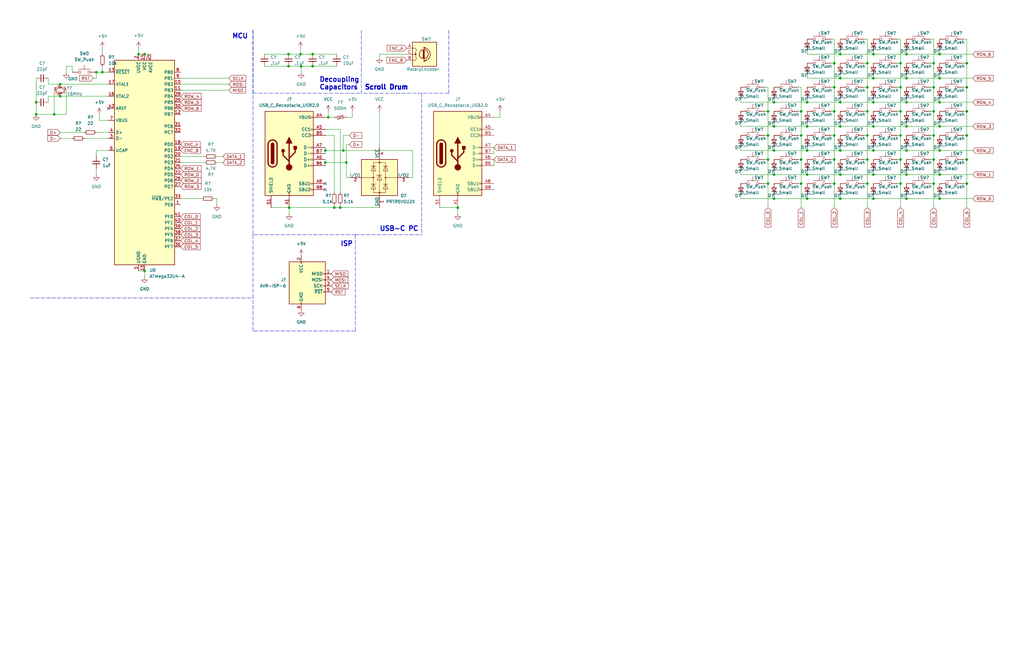
<source format=kicad_sch>
(kicad_sch (version 20211123) (generator eeschema)
  (paper "B")
  (junction (at 337.82 46.99))
  (junction (at 326.39 73.66))
  (junction (at 137.16 63.5))
  (junction (at 354.33 22.86))
  (junction (at 396.24 53.34))
  (junction (at 407.67 36.83))
  (junction (at 407.67 67.31))
  (junction (at 326.39 53.34))
  (junction (at 393.7 36.83))
  (junction (at 368.3 33.02))
  (junction (at 354.33 53.34))
  (junction (at 138.43 49.53))
  (junction (at 43.18 30.48))
  (junction (at 396.24 83.82))
  (junction (at 368.3 73.66))
  (junction (at 354.33 43.18))
  (junction (at 60.96 114.3))
  (junction (at 326.39 63.5))
  (junction (at 58.42 22.86))
  (junction (at 365.76 46.99))
  (junction (at 393.7 77.47))
  (junction (at 323.85 67.31))
  (junction (at 393.7 57.15))
  (junction (at 393.7 67.31))
  (junction (at 396.24 33.02))
  (junction (at 368.3 22.86))
  (junction (at 193.04 87.63))
  (junction (at 379.73 77.47))
  (junction (at 351.79 57.15))
  (junction (at 393.7 46.99))
  (junction (at 340.36 43.18))
  (junction (at 382.27 43.18))
  (junction (at 407.67 26.67))
  (junction (at 379.73 46.99))
  (junction (at 143.51 87.63))
  (junction (at 25.4 35.56))
  (junction (at 137.16 68.58))
  (junction (at 382.27 73.66))
  (junction (at 396.24 43.18))
  (junction (at 351.79 77.47))
  (junction (at 368.3 43.18))
  (junction (at 15.24 48.26))
  (junction (at 126.746 22.86))
  (junction (at 340.36 63.5))
  (junction (at 40.64 30.48))
  (junction (at 121.92 87.63))
  (junction (at 365.76 77.47))
  (junction (at 354.33 83.82))
  (junction (at 379.73 26.67))
  (junction (at 144.78 63.5))
  (junction (at 340.36 53.34))
  (junction (at 365.76 57.15))
  (junction (at 382.27 63.5))
  (junction (at 379.73 36.83))
  (junction (at 354.33 73.66))
  (junction (at 121.666 22.86))
  (junction (at 146.05 68.58))
  (junction (at 365.76 67.31))
  (junction (at 326.39 83.82))
  (junction (at 365.76 36.83))
  (junction (at 337.82 57.15))
  (junction (at 351.79 67.31))
  (junction (at 396.24 63.5))
  (junction (at 379.73 57.15))
  (junction (at 351.79 36.83))
  (junction (at 396.24 22.86))
  (junction (at 407.67 46.99))
  (junction (at 396.24 73.66))
  (junction (at 22.86 48.26))
  (junction (at 354.33 63.5))
  (junction (at 140.97 87.63))
  (junction (at 337.82 67.31))
  (junction (at 382.27 83.82))
  (junction (at 379.73 67.31))
  (junction (at 407.67 57.15))
  (junction (at 382.27 33.02))
  (junction (at 323.85 46.99))
  (junction (at 340.36 83.82))
  (junction (at 326.39 43.18))
  (junction (at 382.27 53.34))
  (junction (at 351.79 46.99))
  (junction (at 368.3 63.5))
  (junction (at 323.85 57.15))
  (junction (at 354.33 33.02))
  (junction (at 382.27 22.86))
  (junction (at 131.826 22.86))
  (junction (at 351.79 26.67))
  (junction (at 121.666 27.94))
  (junction (at 368.3 83.82))
  (junction (at 25.4 40.64))
  (junction (at 131.826 27.94))
  (junction (at 323.85 77.47))
  (junction (at 337.82 77.47))
  (junction (at 365.76 26.67))
  (junction (at 127 27.94))
  (junction (at 368.3 53.34))
  (junction (at 407.67 77.47))
  (junction (at 60.96 22.86))
  (junction (at 340.36 73.66))
  (junction (at 393.7 26.67))
  (junction (at 15.24 43.18))
  (no_connect (at 137.16 80.01))
  (no_connect (at 137.16 77.47))
  (no_connect (at 45.72 45.72))
  (wire (pts (xy 312.42 63.5) (xy 326.39 63.5)))
  (wire (pts (xy 326.39 53.34) (xy 340.36 53.34)))
  (wire (pts (xy 368.3 52.07) (xy 368.3 53.34)))
  (wire (pts (xy 378.46 67.31) (xy 379.73 67.31)))
  (wire (pts (xy 340.36 72.39) (xy 340.36 73.66)))
  (wire (pts (xy 364.49 46.99) (xy 365.76 46.99)))
  (wire (pts (xy 111.506 22.86) (xy 121.666 22.86)))
  (wire (pts (xy 350.52 77.47) (xy 351.79 77.47)))
  (wire (pts (xy 312.42 62.23) (xy 312.42 63.5)))
  (wire (pts (xy 379.73 16.51) (xy 379.73 26.67)))
  (wire (pts (xy 393.7 26.67) (xy 393.7 36.83)))
  (wire (pts (xy 382.27 31.75) (xy 382.27 33.02)))
  (wire (pts (xy 60.96 114.3) (xy 60.96 116.84)))
  (wire (pts (xy 326.39 43.18) (xy 340.36 43.18)))
  (wire (pts (xy 392.43 46.99) (xy 393.7 46.99)))
  (wire (pts (xy 121.666 22.86) (xy 126.746 22.86)))
  (wire (pts (xy 312.42 72.39) (xy 312.42 73.66)))
  (wire (pts (xy 378.46 77.47) (xy 379.73 77.47)))
  (wire (pts (xy 396.24 31.75) (xy 396.24 33.02)))
  (wire (pts (xy 382.27 62.23) (xy 382.27 63.5)))
  (wire (pts (xy 382.27 82.55) (xy 382.27 83.82)))
  (wire (pts (xy 86.36 68.58) (xy 76.2 68.58)))
  (wire (pts (xy 322.58 46.99) (xy 323.85 46.99)))
  (wire (pts (xy 407.67 67.31) (xy 407.67 77.47)))
  (wire (pts (xy 76.2 83.82) (xy 85.09 83.82)))
  (wire (pts (xy 160.02 46.99) (xy 160.02 62.23)))
  (wire (pts (xy 137.16 49.53) (xy 138.43 49.53)))
  (wire (pts (xy 30.48 27.94) (xy 27.94 27.94)))
  (wire (pts (xy 382.27 72.39) (xy 382.27 73.66)))
  (wire (pts (xy 354.33 43.18) (xy 368.3 43.18)))
  (wire (pts (xy 351.79 57.15) (xy 351.79 67.31)))
  (wire (pts (xy 340.36 82.55) (xy 340.36 83.82)))
  (wire (pts (xy 121.92 87.63) (xy 140.97 87.63)))
  (wire (pts (xy 407.67 36.83) (xy 407.67 46.99)))
  (wire (pts (xy 326.39 73.66) (xy 340.36 73.66)))
  (wire (pts (xy 25.4 58.42) (xy 30.48 58.42)))
  (wire (pts (xy 127 27.94) (xy 127 30.48)))
  (wire (pts (xy 322.58 67.31) (xy 323.85 67.31)))
  (wire (pts (xy 382.27 21.59) (xy 382.27 22.86)))
  (polyline (pts (xy 106.68 12.7) (xy 106.68 39.37)))
  (wire (pts (xy 25.4 35.56) (xy 45.72 35.56)))
  (wire (pts (xy 392.43 16.51) (xy 393.7 16.51)))
  (polyline (pts (xy 149.86 139.7) (xy 106.68 139.7)))
  (wire (pts (xy 326.39 63.5) (xy 340.36 63.5)))
  (wire (pts (xy 382.27 53.34) (xy 396.24 53.34)))
  (wire (pts (xy 351.79 67.31) (xy 351.79 77.47)))
  (wire (pts (xy 368.3 63.5) (xy 382.27 63.5)))
  (wire (pts (xy 20.32 35.56) (xy 25.4 35.56)))
  (polyline (pts (xy 106.68 99.06) (xy 106.68 125.73)))
  (wire (pts (xy 137.16 57.15) (xy 140.97 57.15)))
  (wire (pts (xy 351.79 46.99) (xy 351.79 57.15)))
  (wire (pts (xy 378.46 46.99) (xy 379.73 46.99)))
  (wire (pts (xy 382.27 33.02) (xy 396.24 33.02)))
  (polyline (pts (xy 149.86 99.06) (xy 106.68 99.06)))
  (wire (pts (xy 131.826 27.94) (xy 141.986 27.94)))
  (wire (pts (xy 365.76 46.99) (xy 365.76 57.15)))
  (wire (pts (xy 336.55 36.83) (xy 337.82 36.83)))
  (wire (pts (xy 340.36 83.82) (xy 354.33 83.82)))
  (wire (pts (xy 326.39 52.07) (xy 326.39 53.34)))
  (wire (pts (xy 326.39 41.91) (xy 326.39 43.18)))
  (wire (pts (xy 20.32 33.02) (xy 20.32 35.56)))
  (wire (pts (xy 379.73 57.15) (xy 379.73 67.31)))
  (polyline (pts (xy 149.86 99.06) (xy 149.86 139.7)))
  (wire (pts (xy 208.28 67.31) (xy 208.28 69.85)))
  (wire (pts (xy 396.24 22.86) (xy 410.21 22.86)))
  (polyline (pts (xy 189.23 39.37) (xy 152.4 39.37)))
  (wire (pts (xy 368.3 83.82) (xy 382.27 83.82)))
  (wire (pts (xy 323.85 67.31) (xy 323.85 77.47)))
  (wire (pts (xy 382.27 52.07) (xy 382.27 53.34)))
  (wire (pts (xy 354.33 83.82) (xy 368.3 83.82)))
  (wire (pts (xy 208.28 49.53) (xy 210.82 49.53)))
  (wire (pts (xy 354.33 31.75) (xy 354.33 33.02)))
  (polyline (pts (xy 152.4 12.7) (xy 152.4 39.37)))
  (wire (pts (xy 365.76 77.47) (xy 365.76 87.63)))
  (wire (pts (xy 326.39 62.23) (xy 326.39 63.5)))
  (wire (pts (xy 337.82 57.15) (xy 337.82 67.31)))
  (wire (pts (xy 43.18 30.48) (xy 45.72 30.48)))
  (wire (pts (xy 354.33 41.91) (xy 354.33 43.18)))
  (wire (pts (xy 351.79 77.47) (xy 351.79 87.63)))
  (wire (pts (xy 364.49 67.31) (xy 365.76 67.31)))
  (wire (pts (xy 30.48 30.48) (xy 30.48 27.94)))
  (wire (pts (xy 185.42 87.63) (xy 193.04 87.63)))
  (polyline (pts (xy 189.23 12.7) (xy 189.23 39.37)))
  (wire (pts (xy 365.76 36.83) (xy 365.76 46.99)))
  (wire (pts (xy 393.7 36.83) (xy 393.7 46.99)))
  (wire (pts (xy 340.36 21.59) (xy 340.36 22.86)))
  (wire (pts (xy 41.91 48.26) (xy 41.91 50.8)))
  (wire (pts (xy 406.4 77.47) (xy 407.67 77.47)))
  (wire (pts (xy 336.55 57.15) (xy 337.82 57.15)))
  (wire (pts (xy 340.36 63.5) (xy 354.33 63.5)))
  (wire (pts (xy 146.05 74.93) (xy 146.05 68.58)))
  (wire (pts (xy 382.27 43.18) (xy 396.24 43.18)))
  (wire (pts (xy 336.55 77.47) (xy 337.82 77.47)))
  (wire (pts (xy 323.85 77.47) (xy 323.85 87.63)))
  (wire (pts (xy 368.3 73.66) (xy 382.27 73.66)))
  (wire (pts (xy 40.64 33.02) (xy 40.64 30.48)))
  (wire (pts (xy 393.7 57.15) (xy 393.7 67.31)))
  (wire (pts (xy 350.52 57.15) (xy 351.79 57.15)))
  (wire (pts (xy 15.24 48.26) (xy 22.86 48.26)))
  (wire (pts (xy 365.76 57.15) (xy 365.76 67.31)))
  (wire (pts (xy 351.79 26.67) (xy 351.79 36.83)))
  (wire (pts (xy 368.3 82.55) (xy 368.3 83.82)))
  (wire (pts (xy 25.4 55.88) (xy 35.56 55.88)))
  (wire (pts (xy 126.746 20.32) (xy 126.746 22.86)))
  (wire (pts (xy 354.33 72.39) (xy 354.33 73.66)))
  (wire (pts (xy 210.82 46.99) (xy 210.82 49.53)))
  (wire (pts (xy 382.27 73.66) (xy 396.24 73.66)))
  (wire (pts (xy 406.4 36.83) (xy 407.67 36.83)))
  (wire (pts (xy 378.46 57.15) (xy 379.73 57.15)))
  (wire (pts (xy 45.72 50.8) (xy 41.91 50.8)))
  (wire (pts (xy 22.86 48.26) (xy 27.94 48.26)))
  (wire (pts (xy 43.18 20.32) (xy 43.18 22.86)))
  (wire (pts (xy 93.98 66.04) (xy 91.44 66.04)))
  (wire (pts (xy 379.73 46.99) (xy 379.73 57.15)))
  (wire (pts (xy 396.24 33.02) (xy 410.21 33.02)))
  (wire (pts (xy 143.51 86.36) (xy 143.51 87.63)))
  (wire (pts (xy 340.36 62.23) (xy 340.36 63.5)))
  (wire (pts (xy 15.24 33.02) (xy 15.24 43.18)))
  (wire (pts (xy 15.24 43.18) (xy 15.24 48.26)))
  (wire (pts (xy 378.46 36.83) (xy 379.73 36.83)))
  (wire (pts (xy 364.49 77.47) (xy 365.76 77.47)))
  (wire (pts (xy 396.24 83.82) (xy 410.21 83.82)))
  (wire (pts (xy 312.42 83.82) (xy 326.39 83.82)))
  (wire (pts (xy 208.28 62.23) (xy 208.28 64.77)))
  (wire (pts (xy 354.33 33.02) (xy 368.3 33.02)))
  (wire (pts (xy 20.32 40.64) (xy 25.4 40.64)))
  (wire (pts (xy 96.52 35.56) (xy 76.2 35.56)))
  (wire (pts (xy 378.46 16.51) (xy 379.73 16.51)))
  (wire (pts (xy 340.36 41.91) (xy 340.36 43.18)))
  (wire (pts (xy 354.33 53.34) (xy 368.3 53.34)))
  (wire (pts (xy 396.24 53.34) (xy 410.21 53.34)))
  (wire (pts (xy 137.16 68.58) (xy 137.16 69.85)))
  (wire (pts (xy 146.05 68.58) (xy 137.16 68.58)))
  (wire (pts (xy 392.43 77.47) (xy 393.7 77.47)))
  (wire (pts (xy 396.24 62.23) (xy 396.24 63.5)))
  (wire (pts (xy 25.4 40.64) (xy 45.72 40.64)))
  (wire (pts (xy 312.42 82.55) (xy 312.42 83.82)))
  (wire (pts (xy 396.24 63.5) (xy 410.21 63.5)))
  (wire (pts (xy 354.33 52.07) (xy 354.33 53.34)))
  (wire (pts (xy 58.42 22.86) (xy 60.96 22.86)))
  (wire (pts (xy 337.82 46.99) (xy 337.82 57.15)))
  (wire (pts (xy 350.52 26.67) (xy 351.79 26.67)))
  (wire (pts (xy 326.39 72.39) (xy 326.39 73.66)))
  (wire (pts (xy 365.76 67.31) (xy 365.76 77.47)))
  (wire (pts (xy 354.33 63.5) (xy 368.3 63.5)))
  (polyline (pts (xy 106.68 139.7) (xy 106.68 125.73)))
  (wire (pts (xy 138.43 49.53) (xy 140.97 49.53)))
  (wire (pts (xy 382.27 83.82) (xy 396.24 83.82)))
  (wire (pts (xy 337.82 67.31) (xy 337.82 77.47)))
  (wire (pts (xy 146.05 60.96) (xy 146.05 68.58)))
  (wire (pts (xy 340.36 22.86) (xy 354.33 22.86)))
  (wire (pts (xy 350.52 67.31) (xy 351.79 67.31)))
  (polyline (pts (xy 149.86 99.06) (xy 177.8 99.06)))
  (wire (pts (xy 160.02 87.63) (xy 143.51 87.63)))
  (wire (pts (xy 138.43 46.99) (xy 138.43 49.53)))
  (wire (pts (xy 392.43 26.67) (xy 393.7 26.67)))
  (wire (pts (xy 379.73 77.47) (xy 379.73 87.63)))
  (wire (pts (xy 312.42 73.66) (xy 326.39 73.66)))
  (wire (pts (xy 126.746 22.86) (xy 131.826 22.86)))
  (wire (pts (xy 45.72 63.5) (xy 40.64 63.5)))
  (wire (pts (xy 340.36 33.02) (xy 354.33 33.02)))
  (wire (pts (xy 365.76 26.67) (xy 365.76 36.83)))
  (wire (pts (xy 323.85 36.83) (xy 323.85 46.99)))
  (wire (pts (xy 396.24 52.07) (xy 396.24 53.34)))
  (polyline (pts (xy 12.7 125.73) (xy 106.68 125.73)))
  (wire (pts (xy 35.56 58.42) (xy 45.72 58.42)))
  (wire (pts (xy 407.67 57.15) (xy 407.67 67.31)))
  (wire (pts (xy 144.78 63.5) (xy 137.16 63.5)))
  (wire (pts (xy 393.7 46.99) (xy 393.7 57.15)))
  (wire (pts (xy 131.826 22.86) (xy 141.986 22.86)))
  (wire (pts (xy 58.42 20.32) (xy 58.42 22.86)))
  (wire (pts (xy 392.43 36.83) (xy 393.7 36.83)))
  (wire (pts (xy 40.64 55.88) (xy 45.72 55.88)))
  (wire (pts (xy 143.51 54.61) (xy 143.51 81.28)))
  (wire (pts (xy 406.4 46.99) (xy 407.67 46.99)))
  (wire (pts (xy 93.98 68.58) (xy 91.44 68.58)))
  (wire (pts (xy 140.97 86.36) (xy 140.97 87.63)))
  (wire (pts (xy 96.52 33.02) (xy 76.2 33.02)))
  (wire (pts (xy 378.46 26.67) (xy 379.73 26.67)))
  (wire (pts (xy 140.97 57.15) (xy 140.97 81.28)))
  (wire (pts (xy 382.27 63.5) (xy 396.24 63.5)))
  (wire (pts (xy 58.42 114.3) (xy 60.96 114.3)))
  (wire (pts (xy 406.4 67.31) (xy 407.67 67.31)))
  (wire (pts (xy 27.94 27.94) (xy 27.94 30.48)))
  (wire (pts (xy 396.24 82.55) (xy 396.24 83.82)))
  (wire (pts (xy 368.3 33.02) (xy 382.27 33.02)))
  (wire (pts (xy 407.67 46.99) (xy 407.67 57.15)))
  (polyline (pts (xy 106.68 12.7) (xy 106.68 99.06)))
  (wire (pts (xy 60.96 22.86) (xy 63.5 22.86)))
  (wire (pts (xy 172.72 74.93) (xy 173.99 74.93)))
  (wire (pts (xy 407.67 16.51) (xy 407.67 26.67)))
  (wire (pts (xy 137.16 67.31) (xy 137.16 68.58)))
  (wire (pts (xy 22.86 38.1) (xy 22.86 48.26)))
  (wire (pts (xy 368.3 53.34) (xy 382.27 53.34)))
  (wire (pts (xy 147.32 57.15) (xy 144.78 57.15)))
  (wire (pts (xy 137.16 62.23) (xy 137.16 63.5)))
  (wire (pts (xy 368.3 41.91) (xy 368.3 43.18)))
  (wire (pts (xy 368.3 22.86) (xy 382.27 22.86)))
  (wire (pts (xy 350.52 16.51) (xy 351.79 16.51)))
  (wire (pts (xy 40.64 30.48) (xy 43.18 30.48)))
  (wire (pts (xy 407.67 77.47) (xy 407.67 87.63)))
  (wire (pts (xy 40.64 71.12) (xy 40.64 73.66)))
  (wire (pts (xy 147.32 74.93) (xy 146.05 74.93)))
  (wire (pts (xy 322.58 77.47) (xy 323.85 77.47)))
  (polyline (pts (xy 106.68 39.37) (xy 152.4 39.37)))
  (wire (pts (xy 340.36 43.18) (xy 354.33 43.18)))
  (wire (pts (xy 340.36 31.75) (xy 340.36 33.02)))
  (wire (pts (xy 171.45 22.86) (xy 160.02 22.86)))
  (wire (pts (xy 368.3 62.23) (xy 368.3 63.5)))
  (wire (pts (xy 364.49 26.67) (xy 365.76 26.67)))
  (wire (pts (xy 121.666 27.94) (xy 127 27.94)))
  (wire (pts (xy 351.79 16.51) (xy 351.79 26.67)))
  (wire (pts (xy 148.59 49.53) (xy 146.05 49.53)))
  (wire (pts (xy 322.58 57.15) (xy 323.85 57.15)))
  (wire (pts (xy 396.24 73.66) (xy 410.21 73.66)))
  (wire (pts (xy 368.3 31.75) (xy 368.3 33.02)))
  (wire (pts (xy 173.99 63.5) (xy 144.78 63.5)))
  (wire (pts (xy 90.17 83.82) (xy 91.44 83.82)))
  (wire (pts (xy 193.04 90.17) (xy 193.04 87.63)))
  (wire (pts (xy 127 27.94) (xy 131.826 27.94)))
  (wire (pts (xy 323.85 57.15) (xy 323.85 67.31)))
  (wire (pts (xy 336.55 46.99) (xy 337.82 46.99)))
  (wire (pts (xy 20.32 43.18) (xy 20.32 40.64)))
  (wire (pts (xy 382.27 41.91) (xy 382.27 43.18)))
  (wire (pts (xy 336.55 67.31) (xy 337.82 67.31)))
  (wire (pts (xy 148.59 46.99) (xy 148.59 49.53)))
  (polyline (pts (xy 177.8 39.37) (xy 177.8 99.06)))
  (wire (pts (xy 368.3 43.18) (xy 382.27 43.18)))
  (wire (pts (xy 91.44 83.82) (xy 91.44 86.36)))
  (wire (pts (xy 340.36 73.66) (xy 354.33 73.66)))
  (wire (pts (xy 114.3 87.63) (xy 121.92 87.63)))
  (wire (pts (xy 354.33 21.59) (xy 354.33 22.86)))
  (wire (pts (xy 354.33 22.86) (xy 368.3 22.86)))
  (wire (pts (xy 350.52 36.83) (xy 351.79 36.83)))
  (wire (pts (xy 354.33 73.66) (xy 368.3 73.66)))
  (wire (pts (xy 312.42 52.07) (xy 312.42 53.34)))
  (wire (pts (xy 43.18 27.94) (xy 43.18 30.48)))
  (wire (pts (xy 396.24 43.18) (xy 410.21 43.18)))
  (wire (pts (xy 27.94 38.1) (xy 27.94 48.26)))
  (wire (pts (xy 144.78 57.15) (xy 144.78 63.5)))
  (wire (pts (xy 322.58 36.83) (xy 323.85 36.83)))
  (wire (pts (xy 326.39 83.82) (xy 340.36 83.82)))
  (wire (pts (xy 326.39 82.55) (xy 326.39 83.82)))
  (wire (pts (xy 396.24 41.91) (xy 396.24 43.18)))
  (wire (pts (xy 382.27 22.86) (xy 396.24 22.86)))
  (wire (pts (xy 406.4 16.51) (xy 407.67 16.51)))
  (wire (pts (xy 393.7 77.47) (xy 393.7 87.63)))
  (wire (pts (xy 379.73 36.83) (xy 379.73 46.99)))
  (wire (pts (xy 393.7 67.31) (xy 393.7 77.47)))
  (wire (pts (xy 364.49 36.83) (xy 365.76 36.83)))
  (wire (pts (xy 396.24 72.39) (xy 396.24 73.66)))
  (wire (pts (xy 76.2 66.04) (xy 86.36 66.04)))
  (wire (pts (xy 323.85 46.99) (xy 323.85 57.15)))
  (wire (pts (xy 364.49 57.15) (xy 365.76 57.15)))
  (wire (pts (xy 379.73 67.31) (xy 379.73 77.47)))
  (wire (pts (xy 312.42 53.34) (xy 326.39 53.34)))
  (wire (pts (xy 368.3 21.59) (xy 368.3 22.86)))
  (wire (pts (xy 40.64 63.5) (xy 40.64 66.04)))
  (wire (pts (xy 354.33 82.55) (xy 354.33 83.82)))
  (wire (pts (xy 351.79 36.83) (xy 351.79 46.99)))
  (wire (pts (xy 173.99 74.93) (xy 173.99 63.5)))
  (wire (pts (xy 340.36 52.07) (xy 340.36 53.34)))
  (wire (pts (xy 160.02 22.86) (xy 160.02 24.13)))
  (wire (pts (xy 396.24 21.59) (xy 396.24 22.86)))
  (wire (pts (xy 111.506 27.94) (xy 121.666 27.94)))
  (wire (pts (xy 393.7 16.51) (xy 393.7 26.67)))
  (wire (pts (xy 406.4 26.67) (xy 407.67 26.67)))
  (wire (pts (xy 407.67 26.67) (xy 407.67 36.83)))
  (wire (pts (xy 312.42 41.91) (xy 312.42 43.18)))
  (wire (pts (xy 147.32 60.96) (xy 146.05 60.96)))
  (wire (pts (xy 392.43 57.15) (xy 393.7 57.15)))
  (wire (pts (xy 392.43 67.31) (xy 393.7 67.31)))
  (wire (pts (xy 406.4 57.15) (xy 407.67 57.15)))
  (wire (pts (xy 368.3 72.39) (xy 368.3 73.66)))
  (wire (pts (xy 39.37 33.02) (xy 40.64 33.02)))
  (wire (pts (xy 137.16 63.5) (xy 137.16 64.77)))
  (wire (pts (xy 337.82 36.83) (xy 337.82 46.99)))
  (wire (pts (xy 137.16 54.61) (xy 143.51 54.61)))
  (wire (pts (xy 312.42 43.18) (xy 326.39 43.18)))
  (wire (pts (xy 337.82 77.47) (xy 337.82 87.63)))
  (wire (pts (xy 350.52 46.99) (xy 351.79 46.99)))
  (wire (pts (xy 340.36 53.34) (xy 354.33 53.34)))
  (wire (pts (xy 121.92 90.17) (xy 121.92 87.63)))
  (wire (pts (xy 365.76 16.51) (xy 365.76 26.67)))
  (wire (pts (xy 140.97 87.63) (xy 143.51 87.63)))
  (wire (pts (xy 96.52 38.1) (xy 76.2 38.1)))
  (wire (pts (xy 364.49 16.51) (xy 365.76 16.51)))
  (wire (pts (xy 354.33 62.23) (xy 354.33 63.5)))
  (wire (pts (xy 379.73 26.67) (xy 379.73 36.83)))
  (text "Decoupling\nCapacitors" (at 134.62 38.1 0) (effects (font (size 2 2) bold) (justify left bottom)))
  (text "Scroll Drum" (at 153.67 38.1 0) (effects (font (size 2 2) (thickness 0.6) bold) (justify left bottom)))
  (text "MCU" (at 97.79 16.51 0) (effects (font (size 2 2) (thickness 0.4) bold) (justify left bottom)))
  (text "USB-C PC" (at 160.02 97.79 0) (effects (font (size 2 2) (thickness 0.4) bold) (justify left bottom)))
  (text "ISP" (at 143.51 104.14 0) (effects (font (size 2 2) (thickness 0.4) bold) (justify left bottom)))
  (global_label "SCLK" (shape input) (at 96.52 33.02 0) (property "Intersheet References" "${INTERSHEET_REFS}" (effects hide)))
  (global_label "ENC_B" (shape input) (at 171.45 25.4 180) (property "Intersheet References" "${INTERSHEET_REFS}" (effects hide)))
  (global_label "ROW_5" (shape input) (at 410.21 33.02 0) (property "Intersheet References" "${INTERSHEET_REFS}" (effects hide)))
  (global_label "MOSI" (shape input) (at 139.7 118.11 0) (property "Intersheet References" "${INTERSHEET_REFS}" (effects hide)))
  (global_label "RST" (shape input) (at 39.37 33.02 180) (property "Intersheet References" "${INTERSHEET_REFS}" (effects hide)))
  (global_label "COL_5" (shape input) (at 393.7 87.63 270) (property "Intersheet References" "${INTERSHEET_REFS}" (effects hide)))
  (global_label "D-" (shape input) (at 147.32 57.15 0) (property "Intersheet References" "${INTERSHEET_REFS}" (effects hide)))
  (global_label "COL_6" (shape input) (at 407.67 87.63 270) (property "Intersheet References" "${INTERSHEET_REFS}" (effects hide)))
  (global_label "ROW_3" (shape input) (at 410.21 53.34 0) (property "Intersheet References" "${INTERSHEET_REFS}" (effects hide)))
  (global_label "ROW_6" (shape input) (at 76.2 45.72 0) (property "Intersheet References" "${INTERSHEET_REFS}" (effects hide)))
  (global_label "COL_2" (shape input) (at 351.79 87.63 270) (property "Intersheet References" "${INTERSHEET_REFS}" (effects hide)))
  (global_label "ENC_B" (shape input) (at 76.2 63.5 0) (property "Intersheet References" "${INTERSHEET_REFS}" (effects hide)))
  (global_label "COL_0" (shape input) (at 323.85 87.63 270) (property "Intersheet References" "${INTERSHEET_REFS}" (effects hide)))
  (global_label "D+" (shape input) (at 25.4 55.88 180) (property "Intersheet References" "${INTERSHEET_REFS}" (effects hide)))
  (global_label "ROW_2" (shape input) (at 76.2 76.2 0) (property "Intersheet References" "${INTERSHEET_REFS}" (effects hide)))
  (global_label "ROW_0" (shape input) (at 410.21 83.82 0) (property "Intersheet References" "${INTERSHEET_REFS}" (effects hide)))
  (global_label "COL_3" (shape input) (at 365.76 87.63 270) (property "Intersheet References" "${INTERSHEET_REFS}" (effects hide)))
  (global_label "COL_3" (shape input) (at 76.2 99.06 0) (property "Intersheet References" "${INTERSHEET_REFS}" (effects hide)))
  (global_label "ROW_4" (shape input) (at 410.21 43.18 0) (property "Intersheet References" "${INTERSHEET_REFS}" (effects hide)))
  (global_label "COL_1" (shape input) (at 76.2 93.98 0) (property "Intersheet References" "${INTERSHEET_REFS}" (effects hide)))
  (global_label "DATA_2" (shape input) (at 208.28 67.31 0) (property "Intersheet References" "${INTERSHEET_REFS}" (effects hide)))
  (global_label "D-" (shape input) (at 25.4 58.42 180) (property "Intersheet References" "${INTERSHEET_REFS}" (effects hide)))
  (global_label "MISO" (shape input) (at 96.52 38.1 0) (property "Intersheet References" "${INTERSHEET_REFS}" (effects hide)))
  (global_label "MOSI" (shape input) (at 96.52 35.56 0) (property "Intersheet References" "${INTERSHEET_REFS}" (effects hide)))
  (global_label "ROW_1" (shape input) (at 410.21 73.66 0) (property "Intersheet References" "${INTERSHEET_REFS}" (effects hide)))
  (global_label "ENC_A" (shape input) (at 171.45 20.32 180) (property "Intersheet References" "${INTERSHEET_REFS}" (effects hide)))
  (global_label "COL_0" (shape input) (at 76.2 91.44 0) (property "Intersheet References" "${INTERSHEET_REFS}" (effects hide)))
  (global_label "ROW_0" (shape input) (at 76.2 73.66 0) (property "Intersheet References" "${INTERSHEET_REFS}" (effects hide)))
  (global_label "RST" (shape input) (at 139.7 123.19 0) (property "Intersheet References" "${INTERSHEET_REFS}" (effects hide)))
  (global_label "COL_2" (shape input) (at 76.2 96.52 0) (property "Intersheet References" "${INTERSHEET_REFS}" (effects hide)))
  (global_label "ROW_3" (shape input) (at 76.2 78.74 0) (property "Intersheet References" "${INTERSHEET_REFS}" (effects hide)))
  (global_label "MISO" (shape input) (at 139.7 115.57 0) (property "Intersheet References" "${INTERSHEET_REFS}" (effects hide)))
  (global_label "ROW_2" (shape input) (at 410.21 63.5 0) (property "Intersheet References" "${INTERSHEET_REFS}" (effects hide)))
  (global_label "DATA_1" (shape input) (at 93.98 66.04 0) (property "Intersheet References" "${INTERSHEET_REFS}" (effects hide)))
  (global_label "COL_4" (shape input) (at 379.73 87.63 270) (property "Intersheet References" "${INTERSHEET_REFS}" (effects hide)))
  (global_label "ROW_4" (shape input) (at 76.2 40.64 0) (property "Intersheet References" "${INTERSHEET_REFS}" (effects hide)))
  (global_label "ENC_A" (shape input) (at 76.2 60.96 0) (property "Intersheet References" "${INTERSHEET_REFS}" (effects hide)))
  (global_label "DATA_2" (shape input) (at 93.98 68.58 0) (property "Intersheet References" "${INTERSHEET_REFS}" (effects hide)))
  (global_label "DATA_1" (shape input) (at 208.28 62.23 0) (property "Intersheet References" "${INTERSHEET_REFS}" (effects hide)))
  (global_label "SCLK" (shape input) (at 139.7 120.65 0) (property "Intersheet References" "${INTERSHEET_REFS}" (effects hide)))
  (global_label "COL_1" (shape input) (at 337.82 87.63 270) (property "Intersheet References" "${INTERSHEET_REFS}" (effects hide)))
  (global_label "COL_4" (shape input) (at 76.2 101.6 0) (property "Intersheet References" "${INTERSHEET_REFS}" (effects hide)))
  (global_label "COL_5" (shape input) (at 76.2 104.14 0) (property "Intersheet References" "${INTERSHEET_REFS}" (effects hide)))
  (global_label "D+" (shape input) (at 147.32 60.96 0) (property "Intersheet References" "${INTERSHEET_REFS}" (effects hide)))
  (global_label "ROW_1" (shape input) (at 76.2 71.12 0) (property "Intersheet References" "${INTERSHEET_REFS}" (effects hide)))
  (global_label "ROW_5" (shape input) (at 76.2 43.18 0) (property "Intersheet References" "${INTERSHEET_REFS}" (effects hide)))
  (global_label "ROW_6" (shape input) (at 410.21 22.86 0) (property "Intersheet References" "${INTERSHEET_REFS}" (effects hide)))
  (symbol (lib_id "power:GND") (at 91.44 86.36 0) (unit 1)
    (property "Reference" "#PWR?" (effects hide))
    (property "Value" "GND" (at 91.44 91.44 0))
  )
  (symbol (lib_id "Device:D_Small") (at 312.42 69.85 90) (unit 1)
    (property "Reference" "D?" (at 312.42 72.39 90) (effects (justify left)))
    (property "Value" "D_Small" (at 320.04 71.12 90) (effects (justify left)))
  )
  (symbol (lib_id "Switch:SW_Push") (at 387.35 77.47 0) (unit 1)
    (property "Reference" "SW?" (at 389.89 74.93 0))
    (property "Value" "SW_Push" (at 388.62 78.74 0))
  )
  (symbol (lib_id "Switch:SW_Push") (at 331.47 57.15 0) (unit 1)
    (property "Reference" "SW?" (at 334.01 54.61 0))
    (property "Value" "SW_Push" (at 332.74 58.42 0))
  )
  (symbol (lib_id "Device:D_Small") (at 312.42 80.01 90) (unit 1)
    (property "Reference" "D?" (at 312.42 82.55 90) (effects (justify left)))
    (property "Value" "D_Small" (at 320.04 81.28 90) (effects (justify left)))
  )
  (symbol (lib_id "Device:R_Small") (at 140.97 83.82 0) (unit 1)
    (property "Reference" "R?" (at 137.16 82.55 0) (effects (justify left)))
    (property "Value" "5.1k" (at 135.89 85.09 0) (effects (justify left)))
  )
  (symbol (lib_id "Device:D_Small") (at 396.24 29.21 90) (unit 1)
    (property "Reference" "D?" (at 396.24 31.75 90) (effects (justify left)))
    (property "Value" "D_Small" (at 403.86 30.48 90) (effects (justify left)))
  )
  (symbol (lib_id "Device:C_Small") (at 131.826 25.4 0) (unit 1)
    (property "Reference" "C?" (at 134.366 24.1362 0) (effects (justify left)))
    (property "Value" ".1uF" (at 134.366 26.6762 0) (effects (justify left)))
  )
  (symbol (lib_id "Connector:AVR-ISP-6") (at 129.54 120.65 0) (unit 1)
    (property "Reference" "J?" (at 120.65 118.1099 0) (effects (justify right)))
    (property "Value" "AVR-ISP-6" (at 120.65 120.6499 0) (effects (justify right)))
    (property "Datasheet" " ~" (effects hide))
  )
  (symbol (lib_id "Device:C_Small") (at 17.78 33.02 90) (unit 1)
    (property "Reference" "C?" (at 17.7863 26.67 90))
    (property "Value" "22pF" (at 17.7863 29.21 90))
  )
  (symbol (lib_id "Device:D_Small") (at 340.36 29.21 90) (unit 1)
    (property "Reference" "D?" (at 340.36 31.75 90) (effects (justify left)))
    (property "Value" "D_Small" (at 347.98 30.48 90) (effects (justify left)))
  )
  (symbol (lib_id "Switch:SW_Push") (at 331.47 46.99 0) (unit 1)
    (property "Reference" "SW?" (at 334.01 44.45 0))
    (property "Value" "SW_Push" (at 332.74 48.26 0))
  )
  (symbol (lib_id "Device:D_Small") (at 396.24 19.05 90) (unit 1)
    (property "Reference" "D?" (at 396.24 21.59 90) (effects (justify left)))
    (property "Value" "D_Small" (at 403.86 20.32 90) (effects (justify left)))
  )
  (symbol (lib_id "Device:D_Small") (at 326.39 49.53 90) (unit 1)
    (property "Reference" "D?" (at 326.39 52.07 90) (effects (justify left)))
    (property "Value" "D_Small" (at 334.01 50.8 90) (effects (justify left)))
  )
  (symbol (lib_id "Switch:SW_Push") (at 317.5 36.83 0) (unit 1)
    (property "Reference" "SW?" (at 320.04 34.29 0))
    (property "Value" "SW_Push" (at 318.77 38.1 0))
  )
  (symbol (lib_id "power:GND") (at 160.02 24.13 0) (unit 1)
    (property "Reference" "#PWR?" (effects hide))
    (property "Value" "GND" (at 160.02 29.21 0))
  )
  (symbol (lib_id "Switch:SW_Push") (at 317.5 77.47 0) (unit 1)
    (property "Reference" "SW?" (at 320.04 74.93 0))
    (property "Value" "SW_Push" (at 318.77 78.74 0))
  )
  (symbol (lib_id "Switch:SW_Push") (at 387.35 36.83 0) (unit 1)
    (property "Reference" "SW?" (at 389.89 34.29 0))
    (property "Value" "SW_Push" (at 388.62 38.1 0))
  )
  (symbol (lib_id "Device:D_Small") (at 354.33 69.85 90) (unit 1)
    (property "Reference" "D?" (at 354.33 72.39 90) (effects (justify left)))
    (property "Value" "D_Small" (at 361.95 71.12 90) (effects (justify left)))
  )
  (symbol (lib_id "Switch:SW_Push") (at 373.38 26.67 0) (unit 1)
    (property "Reference" "SW?" (at 375.92 24.13 0))
    (property "Value" "SW_Push" (at 374.65 27.94 0))
  )
  (symbol (lib_id "Device:D_Small") (at 326.39 69.85 90) (unit 1)
    (property "Reference" "D?" (at 326.39 72.39 90) (effects (justify left)))
    (property "Value" "D_Small" (at 334.01 71.12 90) (effects (justify left)))
  )
  (symbol (lib_id "Device:D_Small") (at 396.24 59.69 90) (unit 1)
    (property "Reference" "D?" (at 396.24 62.23 90) (effects (justify left)))
    (property "Value" "D_Small" (at 403.86 60.96 90) (effects (justify left)))
  )
  (symbol (lib_id "Device:D_Small") (at 354.33 49.53 90) (unit 1)
    (property "Reference" "D?" (at 354.33 52.07 90) (effects (justify left)))
    (property "Value" "D_Small" (at 361.95 50.8 90) (effects (justify left)))
  )
  (symbol (lib_id "power:+5V") (at 58.42 20.32 0) (unit 1)
    (property "Reference" "#PWR?" (effects hide))
    (property "Value" "+5V" (at 58.42 14.986 0))
  )
  (symbol (lib_id "Device:D_Small") (at 354.33 39.37 90) (unit 1)
    (property "Reference" "D?" (at 354.33 41.91 90) (effects (justify left)))
    (property "Value" "D_Small" (at 361.95 40.64 90) (effects (justify left)))
  )
  (symbol (lib_id "Power_Protection:PRTR5V0U2X") (at 160.02 74.93 0) (unit 1)
    (property "Reference" "D?" (at 170.18 82.55 0))
    (property "Value" "PRTR5V0U2X" (at 168.91 85.09 0))
    (property "Footprint" "Package_TO_SOT_SMD:SOT-143" (effects hide))
    (property "Datasheet" "https://assets.nexperia.com/documents/data-sheet/PRTR5V0U2X.pdf" (effects hide))
  )
  (symbol (lib_id "Switch:SW_Push") (at 345.44 46.99 0) (unit 1)
    (property "Reference" "SW?" (at 347.98 44.45 0))
    (property "Value" "SW_Push" (at 346.71 48.26 0))
  )
  (symbol (lib_id "Device:R_Small") (at 88.9 66.04 90) (unit 1)
    (property "Reference" "R?" (at 88.9 60.96 90))
    (property "Value" "4.7K" (at 88.9 63.5 90))
  )
  (symbol (lib_id "power:GND") (at 15.24 48.26 0) (unit 1)
    (property "Reference" "#PWR?" (effects hide))
    (property "Value" "GND" (at 15.24 53.34 0))
  )
  (symbol (lib_id "Switch:SW_Push") (at 401.32 36.83 0) (unit 1)
    (property "Reference" "SW?" (at 403.86 34.29 0))
    (property "Value" "SW_Push" (at 402.59 38.1 0))
  )
  (symbol (lib_id "Device:D_Small") (at 382.27 29.21 90) (unit 1)
    (property "Reference" "D?" (at 382.27 31.75 90) (effects (justify left)))
    (property "Value" "D_Small" (at 389.89 30.48 90) (effects (justify left)))
  )
  (symbol (lib_id "Switch:SW_Push") (at 345.44 26.67 0) (unit 1)
    (property "Reference" "SW?" (at 347.98 24.13 0))
    (property "Value" "SW_Push" (at 346.71 27.94 0))
  )
  (symbol (lib_id "Device:D_Small") (at 354.33 29.21 90) (unit 1)
    (property "Reference" "D?" (at 354.33 31.75 90) (effects (justify left)))
    (property "Value" "D_Small" (at 361.95 30.48 90) (effects (justify left)))
  )
  (symbol (lib_id "Device:Polyfuse_Small") (at 143.51 49.53 90) (unit 1)
    (property "Reference" "F?" (at 143.51 43.18 90))
    (property "Value" "500m" (at 143.51 45.72 90))
  )
  (symbol (lib_id "Switch:SW_Push") (at 345.44 67.31 0) (unit 1)
    (property "Reference" "SW?" (at 347.98 64.77 0))
    (property "Value" "SW_Push" (at 346.71 68.58 0))
  )
  (symbol (lib_id "Device:C_Small") (at 40.64 68.58 0) (unit 1)
    (property "Reference" "C?" (at 43.18 67.3162 0) (effects (justify left)))
    (property "Value" "1uF" (at 43.18 69.8562 0) (effects (justify left)))
  )
  (symbol (lib_id "Device:Crystal_GND24_Small") (at 25.4 38.1 270) (unit 1)
    (property "Reference" "Y?" (at 29.21 37.084 90))
    (property "Value" "16MHz" (at 31.496 39.624 90))
  )
  (symbol (lib_id "Device:D_Small") (at 368.3 19.05 90) (unit 1)
    (property "Reference" "D?" (at 368.3 21.59 90) (effects (justify left)))
    (property "Value" "D_Small" (at 375.92 20.32 90) (effects (justify left)))
  )
  (symbol (lib_id "Device:C_Small") (at 141.986 25.4 0) (unit 1)
    (property "Reference" "C?" (at 144.526 24.1362 0) (effects (justify left)))
    (property "Value" "10uf" (at 144.526 26.6762 0) (effects (justify left)))
  )
  (symbol (lib_id "Switch:SW_Push") (at 387.35 67.31 0) (unit 1)
    (property "Reference" "SW?" (at 389.89 64.77 0))
    (property "Value" "SW_Push" (at 388.62 68.58 0))
  )
  (symbol (lib_id "Device:D_Small") (at 368.3 69.85 90) (unit 1)
    (property "Reference" "D?" (at 368.3 72.39 90) (effects (justify left)))
    (property "Value" "D_Small" (at 375.92 71.12 90) (effects (justify left)))
  )
  (symbol (lib_id "Switch:SW_Push") (at 345.44 16.51 0) (unit 1)
    (property "Reference" "SW?" (at 347.98 13.97 0))
    (property "Value" "SW_Push" (at 346.71 17.78 0))
  )
  (symbol (lib_id "Device:D_Small") (at 354.33 80.01 90) (unit 1)
    (property "Reference" "D?" (at 354.33 82.55 90) (effects (justify left)))
    (property "Value" "D_Small" (at 361.95 81.28 90) (effects (justify left)))
  )
  (symbol (lib_id "Switch:SW_Push") (at 359.41 67.31 0) (unit 1)
    (property "Reference" "SW?" (at 361.95 64.77 0))
    (property "Value" "SW_Push" (at 360.68 68.58 0))
  )
  (symbol (lib_id "Device:D_Small") (at 340.36 80.01 90) (unit 1)
    (property "Reference" "D?" (at 340.36 82.55 90) (effects (justify left)))
    (property "Value" "D_Small" (at 347.98 81.28 90) (effects (justify left)))
  )
  (symbol (lib_id "Device:D_Small") (at 396.24 69.85 90) (unit 1)
    (property "Reference" "D?" (at 396.24 72.39 90) (effects (justify left)))
    (property "Value" "D_Small" (at 403.86 71.12 90) (effects (justify left)))
  )
  (symbol (lib_id "power:+5V") (at 148.59 46.99 0) (unit 1)
    (property "Reference" "#PWR?" (effects hide))
    (property "Value" "+5V" (at 148.59 41.91 0))
  )
  (symbol (lib_id "Switch:SW_Push") (at 331.47 77.47 0) (unit 1)
    (property "Reference" "SW?" (at 334.01 74.93 0))
    (property "Value" "SW_Push" (at 332.74 78.74 0))
  )
  (symbol (lib_id "Device:D_Small") (at 382.27 69.85 90) (unit 1)
    (property "Reference" "D?" (at 382.27 72.39 90) (effects (justify left)))
    (property "Value" "D_Small" (at 389.89 71.12 90) (effects (justify left)))
  )
  (symbol (lib_id "Switch:SW_Push") (at 317.5 57.15 0) (unit 1)
    (property "Reference" "SW?" (at 320.04 54.61 0))
    (property "Value" "SW_Push" (at 318.77 58.42 0))
  )
  (symbol (lib_id "Switch:SW_Push") (at 373.38 77.47 0) (unit 1)
    (property "Reference" "SW?" (at 375.92 74.93 0))
    (property "Value" "SW_Push" (at 374.65 78.74 0))
  )
  (symbol (lib_id "Switch:SW_Push") (at 359.41 46.99 0) (unit 1)
    (property "Reference" "SW?" (at 361.95 44.45 0))
    (property "Value" "SW_Push" (at 360.68 48.26 0))
  )
  (symbol (lib_id "Switch:SW_Push") (at 359.41 57.15 0) (unit 1)
    (property "Reference" "SW?" (at 361.95 54.61 0))
    (property "Value" "SW_Push" (at 360.68 58.42 0))
  )
  (symbol (lib_id "Device:R_Small") (at 88.9 68.58 90) (unit 1)
    (property "Reference" "R?" (at 88.9 73.66 90))
    (property "Value" "4.7K" (at 88.9 71.12 90))
  )
  (symbol (lib_id "Switch:SW_Push") (at 359.41 36.83 0) (unit 1)
    (property "Reference" "SW?" (at 361.95 34.29 0))
    (property "Value" "SW_Push" (at 360.68 38.1 0))
  )
  (symbol (lib_id "Device:D_Small") (at 382.27 19.05 90) (unit 1)
    (property "Reference" "D?" (at 382.27 21.59 90) (effects (justify left)))
    (property "Value" "D_Small" (at 389.89 20.32 90) (effects (justify left)))
  )
  (symbol (lib_id "Switch:SW_Push") (at 401.32 46.99 0) (unit 1)
    (property "Reference" "SW?" (at 403.86 44.45 0))
    (property "Value" "SW_Push" (at 402.59 48.26 0))
  )
  (symbol (lib_id "Switch:SW_Push") (at 359.41 16.51 0) (unit 1)
    (property "Reference" "SW?" (at 361.95 13.97 0))
    (property "Value" "SW_Push" (at 360.68 17.78 0))
  )
  (symbol (lib_id "Switch:SW_Push") (at 387.35 46.99 0) (unit 1)
    (property "Reference" "SW?" (at 389.89 44.45 0))
    (property "Value" "SW_Push" (at 388.62 48.26 0))
  )
  (symbol (lib_id "power:GND") (at 127 130.81 0) (unit 1)
    (property "Reference" "#PWR?" (effects hide))
    (property "Value" "GND" (at 127 135.89 0))
  )
  (symbol (lib_id "Device:D_Small") (at 382.27 80.01 90) (unit 1)
    (property "Reference" "D?" (at 382.27 82.55 90) (effects (justify left)))
    (property "Value" "D_Small" (at 389.89 81.28 90) (effects (justify left)))
  )
  (symbol (lib_id "Device:D_Small") (at 354.33 19.05 90) (unit 1)
    (property "Reference" "D?" (at 354.33 21.59 90) (effects (justify left)))
    (property "Value" "D_Small" (at 361.95 20.32 90) (effects (justify left)))
  )
  (symbol (lib_id "Switch:SW_Push") (at 359.41 26.67 0) (unit 1)
    (property "Reference" "SW?" (at 361.95 24.13 0))
    (property "Value" "SW_Push" (at 360.68 27.94 0))
  )
  (symbol (lib_id "Switch:SW_Push") (at 401.32 77.47 0) (unit 1)
    (property "Reference" "SW?" (at 403.86 74.93 0))
    (property "Value" "SW_Push" (at 402.59 78.74 0))
  )
  (symbol (lib_id "Device:D_Small") (at 354.33 59.69 90) (unit 1)
    (property "Reference" "D?" (at 354.33 62.23 90) (effects (justify left)))
    (property "Value" "D_Small" (at 361.95 60.96 90) (effects (justify left)))
  )
  (symbol (lib_id "Device:R_Small") (at 43.18 25.4 0) (unit 1)
    (property "Reference" "R?" (at 45.72 24.1299 0) (effects (justify left)))
    (property "Value" "10k" (at 45.72 26.6699 0) (effects (justify left)))
  )
  (symbol (lib_id "Switch:SW_Push") (at 35.56 30.48 0) (unit 1)
    (property "Reference" "SW0" (at 35.56 22.606 0))
    (property "Value" "SW_Push" (at 35.56 25.146 0))
    (property "Footprint" "Button_Switch_SMD:SW_SPST_SKQG_WithStem" (effects hide))
  )
  (symbol (lib_id "Switch:SW_Push") (at 345.44 77.47 0) (unit 1)
    (property "Reference" "SW?" (at 347.98 74.93 0))
    (property "Value" "SW_Push" (at 346.71 78.74 0))
  )
  (symbol (lib_id "Switch:SW_Push") (at 373.38 36.83 0) (unit 1)
    (property "Reference" "SW?" (at 375.92 34.29 0))
    (property "Value" "SW_Push" (at 374.65 38.1 0))
  )
  (symbol (lib_id "Device:D_Small") (at 340.36 49.53 90) (unit 1)
    (property "Reference" "D?" (at 340.36 52.07 90) (effects (justify left)))
    (property "Value" "D_Small" (at 347.98 50.8 90) (effects (justify left)))
  )
  (symbol (lib_id "power:GND") (at 27.94 30.48 0) (unit 1)
    (property "Reference" "#PWR?" (effects hide))
    (property "Value" "GND" (at 30.734 33.274 0))
  )
  (symbol (lib_id "Device:D_Small") (at 326.39 59.69 90) (unit 1)
    (property "Reference" "D?" (at 326.39 62.23 90) (effects (justify left)))
    (property "Value" "D_Small" (at 334.01 60.96 90) (effects (justify left)))
  )
  (symbol (lib_id "MCU_Microchip_ATmega:ATmega32U4-A") (at 60.96 68.58 0) (unit 1)
    (property "Reference" "U0" (at 62.9794 114.046 0) (effects (justify left)))
    (property "Value" "ATmega32U4-A" (at 62.9794 116.586 0) (effects (justify left)))
    (property "Footprint" "ATmega32U4:ATmega32U4" (effects hide))
    (property "Datasheet" "http://ww1.microchip.com/downloads/en/DeviceDoc/Atmel-7766-8-bit-AVR-ATmega16U4-32U4_Datasheet.pdf" (effects hide))
  )
  (symbol (lib_id "Switch:SW_Push") (at 373.38 16.51 0) (unit 1)
    (property "Reference" "SW?" (at 375.92 13.97 0))
    (property "Value" "SW_Push" (at 374.65 17.78 0))
  )
  (symbol (lib_id "Device:D_Small") (at 396.24 80.01 90) (unit 1)
    (property "Reference" "D?" (at 396.24 82.55 90) (effects (justify left)))
    (property "Value" "D_Small" (at 403.86 81.28 90) (effects (justify left)))
  )
  (symbol (lib_id "Switch:SW_Push") (at 359.41 77.47 0) (unit 1)
    (property "Reference" "SW?" (at 361.95 74.93 0))
    (property "Value" "SW_Push" (at 360.68 78.74 0))
  )
  (symbol (lib_id "Device:D_Small") (at 312.42 39.37 90) (unit 1)
    (property "Reference" "D?" (at 312.42 41.91 90) (effects (justify left)))
    (property "Value" "D_Small" (at 320.04 40.64 90) (effects (justify left)))
  )
  (symbol (lib_id "Device:D_Small") (at 368.3 39.37 90) (unit 1)
    (property "Reference" "D?" (at 368.3 41.91 90) (effects (justify left)))
    (property "Value" "D_Small" (at 375.92 40.64 90) (effects (justify left)))
  )
  (symbol (lib_id "Device:D_Small") (at 340.36 69.85 90) (unit 1)
    (property "Reference" "D?" (at 340.36 72.39 90) (effects (justify left)))
    (property "Value" "D_Small" (at 347.98 71.12 90) (effects (justify left)))
  )
  (symbol (lib_id "power:+5V") (at 210.82 46.99 0) (unit 1)
    (property "Reference" "#PWR?" (effects hide))
    (property "Value" "+5V" (at 210.82 41.91 0))
  )
  (symbol (lib_id "Device:D_Small") (at 312.42 59.69 90) (unit 1)
    (property "Reference" "D?" (at 312.42 62.23 90) (effects (justify left)))
    (property "Value" "D_Small" (at 320.04 60.96 90) (effects (justify left)))
  )
  (symbol (lib_id "Switch:SW_Push") (at 401.32 57.15 0) (unit 1)
    (property "Reference" "SW?" (at 403.86 54.61 0))
    (property "Value" "SW_Push" (at 402.59 58.42 0))
  )
  (symbol (lib_id "Device:D_Small") (at 340.36 19.05 90) (unit 1)
    (property "Reference" "D?" (at 340.36 21.59 90) (effects (justify left)))
    (property "Value" "D_Small" (at 347.98 20.32 90) (effects (justify left)))
  )
  (symbol (lib_id "Device:D_Small") (at 326.39 39.37 90) (unit 1)
    (property "Reference" "D?" (at 326.39 41.91 90) (effects (justify left)))
    (property "Value" "D_Small" (at 334.01 40.64 90) (effects (justify left)))
  )
  (symbol (lib_id "power:VCC") (at 138.43 46.99 0) (unit 1)
    (property "Reference" "#PWR?" (effects hide))
    (property "Value" "VCC" (at 138.43 41.91 0))
  )
  (symbol (lib_id "power:GND") (at 40.64 73.66 0) (unit 1)
    (property "Reference" "#PWR?" (effects hide))
    (property "Value" "GND" (at 40.64 78.74 0))
  )
  (symbol (lib_id "Device:D_Small") (at 382.27 49.53 90) (unit 1)
    (property "Reference" "D?" (at 382.27 52.07 90) (effects (justify left)))
    (property "Value" "D_Small" (at 389.89 50.8 90) (effects (justify left)))
  )
  (symbol (lib_id "Switch:SW_Push") (at 387.35 26.67 0) (unit 1)
    (property "Reference" "SW?" (at 389.89 24.13 0))
    (property "Value" "SW_Push" (at 388.62 27.94 0))
  )
  (symbol (lib_id "Device:D_Small") (at 396.24 49.53 90) (unit 1)
    (property "Reference" "D?" (at 396.24 52.07 90) (effects (justify left)))
    (property "Value" "D_Small" (at 403.86 50.8 90) (effects (justify left)))
  )
  (symbol (lib_id "Device:C_Small") (at 17.78 43.18 270) (unit 1)
    (property "Reference" "C?" (at 17.7736 36.83 90))
    (property "Value" "22pF" (at 17.7736 39.37 90))
  )
  (symbol (lib_id "Switch:SW_Push") (at 373.38 57.15 0) (unit 1)
    (property "Reference" "SW?" (at 375.92 54.61 0))
    (property "Value" "SW_Push" (at 374.65 58.42 0))
  )
  (symbol (lib_id "Switch:SW_Push") (at 387.35 57.15 0) (unit 1)
    (property "Reference" "SW?" (at 389.89 54.61 0))
    (property "Value" "SW_Push" (at 388.62 58.42 0))
  )
  (symbol (lib_id "Device:D_Small") (at 368.3 80.01 90) (unit 1)
    (property "Reference" "D?" (at 368.3 82.55 90) (effects (justify left)))
    (property "Value" "D_Small" (at 375.92 81.28 90) (effects (justify left)))
  )
  (symbol (lib_id "power:GND") (at 121.92 90.17 0) (unit 1)
    (property "Reference" "#PWR?" (effects hide))
    (property "Value" "GND" (at 121.92 95.25 0))
  )
  (symbol (lib_id "Switch:SW_Push") (at 401.32 67.31 0) (unit 1)
    (property "Reference" "SW?" (at 403.86 64.77 0))
    (property "Value" "SW_Push" (at 402.59 68.58 0))
  )
  (symbol (lib_id "Device:C_Small") (at 111.506 25.4 0) (unit 1)
    (property "Reference" "C?" (at 114.046 24.1362 0) (effects (justify left)))
    (property "Value" ".1uF" (at 114.046 26.6762 0) (effects (justify left)))
  )
  (symbol (lib_id "Device:R_Small") (at 38.1 55.88 90) (unit 1)
    (property "Reference" "R?" (at 38.1 49.53 90))
    (property "Value" "22" (at 38.1 52.07 90))
  )
  (symbol (lib_id "Switch:SW_Push") (at 401.32 16.51 0) (unit 1)
    (property "Reference" "SW?" (at 403.86 13.97 0))
    (property "Value" "SW_Push" (at 402.59 17.78 0))
  )
  (symbol (lib_id "Switch:SW_Push") (at 331.47 36.83 0) (unit 1)
    (property "Reference" "SW?" (at 334.01 34.29 0))
    (property "Value" "SW_Push" (at 332.74 38.1 0))
  )
  (symbol (lib_id "Device:C_Small") (at 121.666 25.4 0) (unit 1)
    (property "Reference" "C?" (at 124.206 24.1362 0) (effects (justify left)))
    (property "Value" ".1uF" (at 124.206 26.6762 0) (effects (justify left)))
  )
  (symbol (lib_id "Connector:USB_C_Receptacle_USB2.0") (at 121.92 64.77 0) (unit 1)
    (property "Reference" "J?" (at 121.92 41.91 0))
    (property "Value" "USB_C_Receptacle_USB2.0" (at 121.92 44.45 0))
    (property "Datasheet" "https://www.usb.org/sites/default/files/documents/usb_type-c.zip" (effects hide))
  )
  (symbol (lib_id "Device:D_Small") (at 396.24 39.37 90) (unit 1)
    (property "Reference" "D?" (at 396.24 41.91 90) (effects (justify left)))
    (property "Value" "D_Small" (at 403.86 40.64 90) (effects (justify left)))
  )
  (symbol (lib_id "power:+5V") (at 127 107.95 0) (unit 1)
    (property "Reference" "#PWR?" (effects hide))
    (property "Value" "+5V" (at 127 102.87 0))
  )
  (symbol (lib_id "Connector:USB_C_Receptacle_USB2.0") (at 193.04 64.77 0) (unit 1)
    (property "Reference" "J?" (at 193.04 41.91 0))
    (property "Value" "USB_C_Receptacle_USB2.0" (at 193.04 44.45 0))
    (property "Datasheet" "https://www.usb.org/sites/default/files/documents/usb_type-c.zip" (effects hide))
  )
  (symbol (lib_id "power:GND") (at 60.96 116.84 0) (unit 1)
    (property "Reference" "#PWR0101" (effects hide))
    (property "Value" "GND" (at 60.96 121.92 0))
  )
  (symbol (lib_id "Device:D_Small") (at 368.3 59.69 90) (unit 1)
    (property "Reference" "D?" (at 368.3 62.23 90) (effects (justify left)))
    (property "Value" "D_Small" (at 375.92 60.96 90) (effects (justify left)))
  )
  (symbol (lib_id "Device:D_Small") (at 382.27 39.37 90) (unit 1)
    (property "Reference" "D?" (at 382.27 41.91 90) (effects (justify left)))
    (property "Value" "D_Small" (at 389.89 40.64 90) (effects (justify left)))
  )
  (symbol (lib_id "power:+5V") (at 43.18 20.32 0) (unit 1)
    (property "Reference" "#PWR?" (effects hide))
    (property "Value" "+5V" (at 43.18 15.24 0))
  )
  (symbol (lib_id "power:+5V") (at 126.746 20.32 0) (unit 1)
    (property "Reference" "#PWR?" (effects hide))
    (property "Value" "+5V" (at 126.746 15.24 0))
  )
  (symbol (lib_id "power:GND") (at 193.04 90.17 0) (unit 1)
    (property "Reference" "#PWR?" (effects hide))
    (property "Value" "GND" (at 193.04 95.25 0))
  )
  (symbol (lib_id "Switch:SW_Push") (at 345.44 36.83 0) (unit 1)
    (property "Reference" "SW?" (at 347.98 34.29 0))
    (property "Value" "SW_Push" (at 346.71 38.1 0))
  )
  (symbol (lib_id "Switch:SW_Push") (at 331.47 67.31 0) (unit 1)
    (property "Reference" "SW?" (at 334.01 64.77 0))
    (property "Value" "SW_Push" (at 332.74 68.58 0))
  )
  (symbol (lib_id "Switch:SW_Push") (at 401.32 26.67 0) (unit 1)
    (property "Reference" "SW?" (at 403.86 24.13 0))
    (property "Value" "SW_Push" (at 402.59 27.94 0))
  )
  (symbol (lib_id "Device:RotaryEncoder") (at 179.07 22.86 0) (unit 1)
    (property "Reference" "SW?" (at 177.8 16.51 0) (effects (justify left)))
    (property "Value" "RotaryEncoder" (at 171.45 29.21 0) (effects (justify left)))
  )
  (symbol (lib_id "Device:D_Small") (at 368.3 29.21 90) (unit 1)
    (property "Reference" "D?" (at 368.3 31.75 90) (effects (justify left)))
    (property "Value" "D_Small" (at 375.92 30.48 90) (effects (justify left)))
  )
  (symbol (lib_id "Device:R_Small") (at 143.51 83.82 0) (unit 1)
    (property "Reference" "R?" (at 144.78 82.55 0) (effects (justify left)))
    (property "Value" "5.1k" (at 144.78 85.09 0) (effects (justify left)))
  )
  (symbol (lib_id "Device:D_Small") (at 382.27 59.69 90) (unit 1)
    (property "Reference" "D?" (at 382.27 62.23 90) (effects (justify left)))
    (property "Value" "D_Small" (at 389.89 60.96 90) (effects (justify left)))
  )
  (symbol (lib_id "Switch:SW_Push") (at 317.5 46.99 0) (unit 1)
    (property "Reference" "SW?" (at 320.04 44.45 0))
    (property "Value" "SW_Push" (at 318.77 48.26 0))
  )
  (symbol (lib_id "Switch:SW_Push") (at 345.44 57.15 0) (unit 1)
    (property "Reference" "SW?" (at 347.98 54.61 0))
    (property "Value" "SW_Push" (at 346.71 58.42 0))
  )
  (symbol (lib_id "power:GND") (at 127 30.48 0) (unit 1)
    (property "Reference" "#PWR?" (effects hide))
    (property "Value" "GND" (at 127 35.56 0))
  )
  (symbol (lib_id "Switch:SW_Push") (at 317.5 67.31 0) (unit 1)
    (property "Reference" "SW?" (at 320.04 64.77 0))
    (property "Value" "SW_Push" (at 318.77 68.58 0))
  )
  (symbol (lib_id "Device:D_Small") (at 312.42 49.53 90) (unit 1)
    (property "Reference" "D?" (at 312.42 52.07 90) (effects (justify left)))
    (property "Value" "D_Small" (at 320.04 50.8 90) (effects (justify left)))
  )
  (symbol (lib_id "Device:D_Small") (at 340.36 39.37 90) (unit 1)
    (property "Reference" "D?" (at 340.36 41.91 90) (effects (justify left)))
    (property "Value" "D_Small" (at 347.98 40.64 90) (effects (justify left)))
  )
  (symbol (lib_id "Device:D_Small") (at 340.36 59.69 90) (unit 1)
    (property "Reference" "D?" (at 340.36 62.23 90) (effects (justify left)))
    (property "Value" "D_Small" (at 347.98 60.96 90) (effects (justify left)))
  )
  (symbol (lib_id "power:+5V") (at 41.91 48.26 0) (unit 1)
    (property "Reference" "#PWR?" (effects hide))
    (property "Value" "+5V" (at 41.91 43.18 0))
  )
  (symbol (lib_id "Device:R_Small") (at 87.63 83.82 90) (unit 1)
    (property "Reference" "R?" (at 87.63 77.47 90))
    (property "Value" "10k" (at 87.63 80.01 90))
  )
  (symbol (lib_id "Device:D_Small") (at 326.39 80.01 90) (unit 1)
    (property "Reference" "D?" (at 326.39 82.55 90) (effects (justify left)))
    (property "Value" "D_Small" (at 334.01 81.28 90) (effects (justify left)))
  )
  (symbol (lib_id "power:VCC") (at 160.02 46.99 0) (unit 1)
    (property "Reference" "#PWR?" (effects hide))
    (property "Value" "VCC" (at 160.02 41.91 0))
  )
  (symbol (lib_id "Switch:SW_Push") (at 373.38 67.31 0) (unit 1)
    (property "Reference" "SW?" (at 375.92 64.77 0))
    (property "Value" "SW_Push" (at 374.65 68.58 0))
  )
  (symbol (lib_id "Device:D_Small") (at 368.3 49.53 90) (unit 1)
    (property "Reference" "D?" (at 368.3 52.07 90) (effects (justify left)))
    (property "Value" "D_Small" (at 375.92 50.8 90) (effects (justify left)))
  )
  (symbol (lib_id "Device:R_Small") (at 33.02 58.42 90) (unit 1)
    (property "Reference" "R?" (at 33.02 52.07 90))
    (property "Value" "22" (at 33.02 54.61 90))
  )
  (symbol (lib_id "Switch:SW_Push") (at 387.35 16.51 0) (unit 1)
    (property "Reference" "SW?" (at 389.89 13.97 0))
    (property "Value" "SW_Push" (at 388.62 17.78 0))
  )
  (symbol (lib_id "Switch:SW_Push") (at 373.38 46.99 0) (unit 1)
    (property "Reference" "SW?" (at 375.92 44.45 0))
    (property "Value" "SW_Push" (at 374.65 48.26 0))
  )
)
</source>
